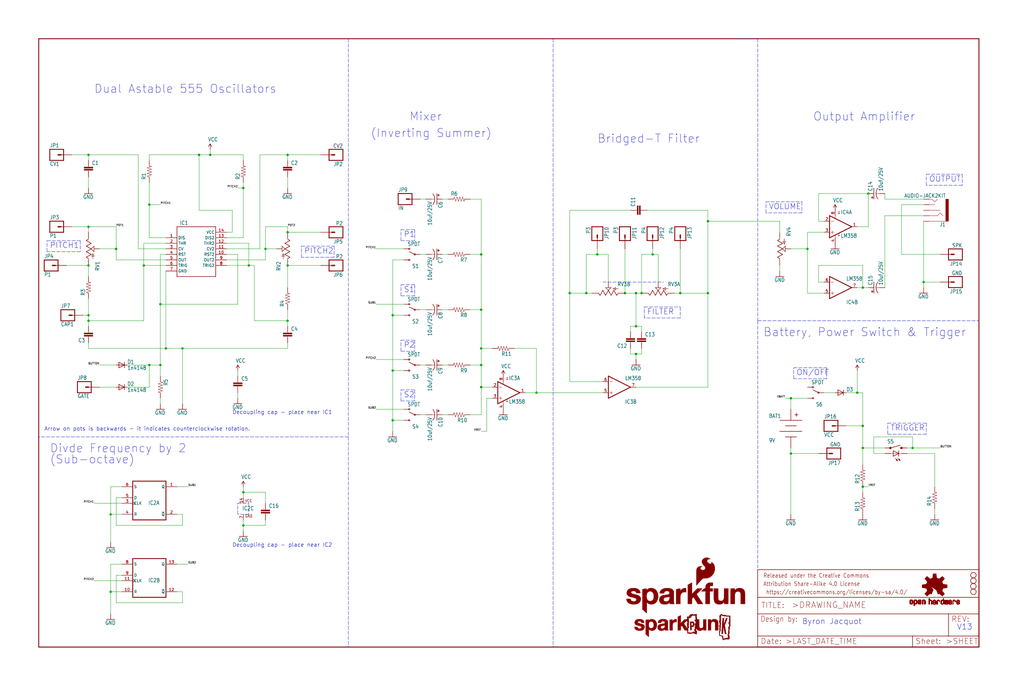
<source format=kicad_sch>
(kicad_sch (version 20211123) (generator eeschema)
  (paper "User" 470.306 317.906)
  (lib_symbols
    (symbol "eagleSchem-eagle-import:10UF-25V-20%(PTH)KIT"
      (property "Reference" "C" (at 1.016 0.635 0))
      (property "Value" "10UF-25V-20%(PTH)KIT" (at 1.016 -4.191 0))
      (symbol "10UF-25V-20%(PTH)KIT_1_0"
        (pin passive line (at 0 2.54 270) (length 2.54) (name "+") (number "1"))
        (pin passive line (at 0 -5.08 90) (length 2.54) (name "-") (number "2"))
      )
    )
    (symbol "eagleSchem-eagle-import:556KIT"
      (property "Reference" "IC" (at -6.35 10.922 0))
      (property "Value" "556KIT" (at -7.112 -15.24 0))
      (symbol "556KIT_1_0"
        (pin bidirectional line (at -12.7 5.08 0) (length 5.08) (name "DIS") (number "1"))
        (pin bidirectional line (at 15.24 -2.54 180) (length 5.08) (name "RST2") (number "10"))
        (pin bidirectional line (at 15.24 0 180) (length 5.08) (name "CV2") (number "11"))
        (pin bidirectional line (at 15.24 2.54 180) (length 5.08) (name "THR2") (number "12"))
        (pin bidirectional line (at 15.24 5.08 180) (length 5.08) (name "DIS2") (number "13"))
        (pin bidirectional line (at 15.24 7.62 180) (length 5.08) (name "VCC") (number "14"))
        (pin bidirectional line (at -12.7 2.54 0) (length 5.08) (name "THR") (number "2"))
        (pin bidirectional line (at -12.7 0 0) (length 5.08) (name "CV") (number "3"))
        (pin bidirectional line (at -12.7 -2.54 0) (length 5.08) (name "RST") (number "4"))
        (pin bidirectional line (at -12.7 -5.08 0) (length 5.08) (name "OUT") (number "5"))
        (pin bidirectional line (at -12.7 -7.62 0) (length 5.08) (name "TRIG") (number "6"))
        (pin bidirectional line (at -12.7 -10.16 0) (length 5.08) (name "GND") (number "7"))
        (pin bidirectional line (at 15.24 -7.62 180) (length 5.08) (name "TRIG2") (number "8"))
        (pin bidirectional line (at 15.24 -5.08 180) (length 5.08) (name "OUT2") (number "9"))
      )
    )
    (symbol "eagleSchem-eagle-import:AUDIO-JACK2KIT"
      (property "Reference" "J" (at -5.08 5.588 0))
      (property "Value" "AUDIO-JACK2KIT" (at -5.08 -7.62 0))
      (symbol "AUDIO-JACK2KIT_1_0"
        (pin bidirectional line (at 5.08 2.54 180) (length 2.54) (name "RING") (number "RING"))
        (pin bidirectional line (at 5.08 0 180) (length 2.54) (name "RSH") (number "RSH"))
        (pin bidirectional line (at 5.08 5.08 180) (length 2.54) (name "SLEEVE") (number "SLEEVE"))
        (pin bidirectional line (at 5.08 -5.08 180) (length 2.54) (name "TIP") (number "TIP"))
        (pin bidirectional line (at 5.08 -2.54 180) (length 2.54) (name "TSH") (number "TSH"))
      )
    )
    (symbol "eagleSchem-eagle-import:BC9VPCKIT_SOLDERMASK"
      (property "Reference" "BAT" (at -10.16 3.556 0))
      (property "Value" "BC9VPCKIT_SOLDERMASK" (at -10.16 -7.62 0))
      (symbol "BC9VPCKIT_SOLDERMASK_1_0"
        (pin bidirectional line (at 0 7.62 270) (length 5.08) (name "V+") (number "V+"))
        (pin bidirectional line (at 0 -10.16 90) (length 5.08) (name "V-") (number "V-"))
      )
    )
    (symbol "eagleSchem-eagle-import:CAPKIT"
      (property "Reference" "C" (at 1.524 2.921 0))
      (property "Value" "CAPKIT" (at 1.524 -2.159 0))
      (symbol "CAPKIT_1_0"
        (pin passive line (at 0 5.08 270) (length 2.54) (name "1") (number "1"))
        (pin passive line (at 0 -2.54 90) (length 2.54) (name "2") (number "2"))
      )
    )
    (symbol "eagleSchem-eagle-import:CD4013"
      (property "Reference" "IC" (at -0.508 -0.762 0))
      (symbol "CD4013_1_0"
        (pin output line (at 12.7 7.62 180) (length 5.08) (name "Q") (number "1"))
        (pin output line (at 12.7 -5.08 180) (length 5.08) (name "~{Q}") (number "2"))
        (pin input clock (at -12.7 0 0) (length 5.08) (name "CLK") (number "3"))
        (pin input line (at -12.7 -5.08 0) (length 5.08) (name "R") (number "4"))
        (pin input line (at -12.7 2.54 0) (length 5.08) (name "D") (number "5"))
        (pin input line (at -12.7 7.62 0) (length 5.08) (name "S") (number "6"))
      )
      (symbol "CD4013_2_0"
        (pin input line (at -12.7 -5.08 0) (length 5.08) (name "R") (number "10"))
        (pin input clock (at -12.7 0 0) (length 5.08) (name "CLK") (number "11"))
        (pin output line (at 12.7 -5.08 180) (length 5.08) (name "~{Q}") (number "12"))
        (pin output line (at 12.7 7.62 180) (length 5.08) (name "Q") (number "13"))
        (pin input line (at -12.7 7.62 0) (length 5.08) (name "S") (number "8"))
        (pin input line (at -12.7 2.54 0) (length 5.08) (name "D") (number "9"))
      )
      (symbol "CD4013_3_0"
        (text "GND" (at 0.762 -4.064 0) (effects (font (size 1.27 1.0795)) (justify left bottom)))
        (text "VCC" (at 0.762 2.921 0) (effects (font (size 1.27 1.0795)) (justify left bottom)))
        (pin power_in line (at 0 5.08 270) (length 2.54) (name "VCC") (number "14"))
        (pin power_in line (at 0 -5.08 90) (length 2.54) (name "GND") (number "7"))
      )
    )
    (symbol "eagleSchem-eagle-import:DIODE"
      (property "Reference" "D" (at 2.54 0.4826 0))
      (property "Value" "DIODE" (at 2.54 -2.3114 0))
      (symbol "DIODE_1_0"
        (pin passive line (at -2.54 0 0) (length 2.54) (name "A") (number "A"))
        (pin passive line (at 2.54 0 180) (length 2.54) (name "C") (number "C"))
      )
    )
    (symbol "eagleSchem-eagle-import:DIODEKIT"
      (property "Reference" "D" (at 2.54 0.4826 0))
      (property "Value" "DIODEKIT" (at 2.54 -2.3114 0))
      (symbol "DIODEKIT_1_0"
        (pin passive line (at -2.54 0 0) (length 2.54) (name "A") (number "A"))
        (pin passive line (at 2.54 0 180) (length 2.54) (name "C") (number "C"))
      )
    )
    (symbol "eagleSchem-eagle-import:FRAME-LEDGER"
      (symbol "FRAME-LEDGER_2_0"
        (text " https://creativecommons.org/licenses/by-sa/4.0/" (at 2.54 24.13 0) (effects (font (size 1.9304 1.6408)) (justify left bottom)))
        (text ">DRAWING_NAME" (at 15.494 17.78 0) (effects (font (size 2.7432 2.7432)) (justify left bottom)))
        (text ">LAST_DATE_TIME" (at 12.7 1.27 0) (effects (font (size 2.54 2.54)) (justify left bottom)))
        (text ">SHEET" (at 86.36 1.27 0) (effects (font (size 2.54 2.54)) (justify left bottom)))
        (text "Attribution Share-Alike 4.0 License" (at 2.54 27.94 0) (effects (font (size 1.9304 1.6408)) (justify left bottom)))
        (text "Date:" (at 1.27 1.27 0) (effects (font (size 2.54 2.54)) (justify left bottom)))
        (text "Design by:" (at 1.27 11.43 0) (effects (font (size 2.54 2.159)) (justify left bottom)))
        (text "Released under the Creative Commons" (at 2.54 31.75 0) (effects (font (size 1.9304 1.6408)) (justify left bottom)))
        (text "REV:" (at 88.9 11.43 0) (effects (font (size 2.54 2.54)) (justify left bottom)))
        (text "Sheet:" (at 72.39 1.27 0) (effects (font (size 2.54 2.54)) (justify left bottom)))
        (text "TITLE:" (at 1.524 17.78 0) (effects (font (size 2.54 2.54)) (justify left bottom)))
      )
    )
    (symbol "eagleSchem-eagle-import:GND" (power)
      (property "Value" "GND" (at -2.54 -2.54 0))
      (symbol "GND_1_0"
        (pin power_in line (at 0 2.54 270) (length 2.54) (name "GND") (number "1"))
      )
    )
    (symbol "eagleSchem-eagle-import:LM358KIT"
      (property "Reference" "IC" (at 2.54 5.715 0))
      (property "Value" "LM358KIT" (at 2.54 -5.08 0))
      (symbol "LM358KIT_1_0"
        (text "V+" (at 1.27 5.715 900) (effects (font (size 0.8128 0.6908)) (justify left top)))
        (text "V-" (at 1.27 -4.445 900) (effects (font (size 0.8128 0.6908)) (justify left top)))
        (pin output line (at 10.16 0 180) (length 2.54) (name "OUT") (number "1"))
        (pin input line (at -5.08 2.54 0) (length 2.54) (name "-IN") (number "2"))
        (pin input line (at -5.08 -2.54 0) (length 2.54) (name "+IN") (number "3"))
        (pin power_in line (at 0 -7.62 90) (length 2.54) (name "V-") (number "4"))
        (pin power_in line (at 0 7.62 270) (length 2.54) (name "V+") (number "8"))
      )
      (symbol "LM358KIT_2_0"
        (pin input line (at -7.62 2.54 0) (length 2.54) (name "+IN") (number "5"))
        (pin input line (at -7.62 -2.54 0) (length 2.54) (name "-IN") (number "6"))
        (pin output line (at 7.62 0 180) (length 2.54) (name "OUT") (number "7"))
      )
    )
    (symbol "eagleSchem-eagle-import:M01SMDNS"
      (property "Reference" "JP" (at -2.54 3.302 0))
      (property "Value" "M01SMDNS" (at -2.54 -5.08 0))
      (symbol "M01SMDNS_1_0"
        (pin passive line (at 7.62 0 180) (length 5.08) (name "1") (number "1"))
      )
    )
    (symbol "eagleSchem-eagle-import:OSHW-LOGOM")
    (symbol "eagleSchem-eagle-import:POTALPS-KIT"
      (property "Reference" "RV" (at 5.08 -10.16 90))
      (property "Value" "POTALPS-KIT" (at -2.54 -10.16 90))
      (symbol "POTALPS-KIT_1_0"
        (pin passive line (at 0 7.62 270) (length 2.54) (name "E") (number "P$1"))
        (pin passive line (at 5.08 0 180) (length 2.54) (name "S") (number "P$2"))
        (pin passive line (at 0 -7.62 90) (length 2.54) (name "A") (number "P$3"))
      )
    )
    (symbol "eagleSchem-eagle-import:POT_DUAL"
      (property "Reference" "RV" (at 5.08 -10.16 90))
      (property "Value" "POT_DUAL" (at -2.54 -10.16 90))
      (symbol "POT_DUAL_1_0"
        (pin passive line (at 0 7.62 270) (length 2.54) (name "E") (number "A1"))
        (pin passive line (at 5.08 0 180) (length 2.54) (name "S") (number "A2"))
        (pin passive line (at 0 -7.62 90) (length 2.54) (name "A") (number "A3"))
      )
      (symbol "POT_DUAL_2_0"
        (pin passive line (at 0 7.62 270) (length 2.54) (name "E") (number "B1"))
        (pin passive line (at 5.08 0 180) (length 2.54) (name "S") (number "B2"))
        (pin passive line (at 0 -7.62 90) (length 2.54) (name "A") (number "B3"))
      )
    )
    (symbol "eagleSchem-eagle-import:RESISTOREZ"
      (property "Reference" "R" (at -3.81 1.4986 0))
      (property "Value" "RESISTOREZ" (at -3.81 -3.302 0))
      (symbol "RESISTOREZ_1_0"
        (pin passive line (at -5.08 0 0) (length 2.54) (name "1") (number "P$1"))
        (pin passive line (at 5.08 0 180) (length 2.54) (name "2") (number "P$2"))
      )
    )
    (symbol "eagleSchem-eagle-import:SFE_LOGO_NAME_FLAME.2_INCH")
    (symbol "eagleSchem-eagle-import:SPARKPUNK_LOGO.1INCH_TALL")
    (symbol "eagleSchem-eagle-import:STAND-OFF")
    (symbol "eagleSchem-eagle-import:SWITCH-MOMENTARY-LEDEZ"
      (property "Reference" "S" (at -4.064 2.032 0))
      (property "Value" "SWITCH-MOMENTARY-LEDEZ" (at -4.572 -8.382 0))
      (symbol "SWITCH-MOMENTARY-LEDEZ_1_0"
        (pin passive line (at 5.08 0 180) (length 2.54) (name "2") (number "2"))
        (pin passive line (at -5.08 0 0) (length 2.54) (name "1") (number "4"))
        (pin passive line (at -5.08 -2.54 0) (length 2.54) (name "A") (number "A"))
        (pin passive line (at 5.08 -2.54 180) (length 2.54) (name "C") (number "C"))
      )
    )
    (symbol "eagleSchem-eagle-import:SWITCH-SPDTKIT"
      (property "Reference" "S" (at -1.905 -6.35 0))
      (property "Value" "SWITCH-SPDTKIT" (at -2.54 3.81 0))
      (symbol "SWITCH-SPDTKIT_1_0"
        (pin passive line (at 5.08 2.54 180) (length 2.54) (name "O") (number "1"))
        (pin passive line (at -2.54 0 0) (length 2.54) (name "P") (number "2"))
        (pin passive line (at 5.08 -2.54 180) (length 2.54) (name "S") (number "3"))
      )
    )
    (symbol "eagleSchem-eagle-import:VCC" (power)
      (property "Value" "VCC" (at -1.016 3.556 0))
      (symbol "VCC_1_0"
        (pin power_in line (at 0 0 90) (length 2.54) (name "VCC") (number "1"))
      )
    )
  )
  (junction (at 363.22 182.88))
  (junction (at 220.98 167.64))
  (junction (at 292.1 134.62))
  (junction (at 66.04 121.92))
  (junction (at 40.64 121.92))
  (junction (at 261.62 134.62))
  (junction (at 53.34 114.3))
  (junction (at 121.92 114.3))
  (junction (at 292.1 149.86))
  (junction (at 73.66 139.7))
  (junction (at 274.32 116.84))
  (junction (at 312.42 134.62))
  (junction (at 419.1 205.74))
  (junction (at 111.76 241.3))
  (junction (at 114.3 121.92))
  (junction (at 220.98 116.84))
  (junction (at 76.2 160.02))
  (junction (at 40.64 147.32))
  (junction (at 91.44 71.12))
  (junction (at 180.34 170.18))
  (junction (at 132.08 71.12))
  (junction (at 269.24 134.62))
  (junction (at 287.02 134.62))
  (junction (at 396.24 223.52))
  (junction (at 73.66 167.64))
  (junction (at 393.7 180.34))
  (junction (at 396.24 205.74))
  (junction (at 180.34 193.04))
  (junction (at 294.64 134.62))
  (junction (at 40.64 144.78))
  (junction (at 68.58 167.64))
  (junction (at 325.12 101.6))
  (junction (at 96.52 71.12))
  (junction (at 396.24 195.58))
  (junction (at 40.64 71.12))
  (junction (at 111.76 226.06))
  (junction (at 398.78 88.9))
  (junction (at 396.24 132.08))
  (junction (at 83.82 160.02))
  (junction (at 50.8 271.78))
  (junction (at 363.22 208.28))
  (junction (at 111.76 86.36))
  (junction (at 68.58 93.98))
  (junction (at 40.64 104.14))
  (junction (at 50.8 236.22))
  (junction (at 132.08 121.92))
  (junction (at 132.08 147.32))
  (junction (at 180.34 144.78))
  (junction (at 132.08 106.68))
  (junction (at 220.98 177.8))
  (junction (at 220.98 142.24))
  (junction (at 325.12 134.62))
  (junction (at 246.38 180.34))
  (junction (at 220.98 160.02))
  (junction (at 424.18 129.54))
  (junction (at 292.1 162.56))
  (junction (at 370.84 114.3))
  (junction (at 299.72 116.84))
  (polyline (pts (xy 312.42 146.05) (xy 295.91 146.05)))
  (wire (pts (xy 325.12 101.6) (xy 325.12 96.52)))
  (wire (pts (xy 180.34 170.18) (xy 180.34 144.78)))
  (wire (pts (xy 220.98 91.44) (xy 215.9 91.44)))
  (wire (pts (xy 406.4 91.44) (xy 406.4 88.9)))
  (wire (pts (xy 358.14 121.92) (xy 358.14 124.46)))
  (wire (pts (xy 289.56 152.4) (xy 289.56 149.86)))
  (wire (pts (xy 276.86 175.26) (xy 261.62 175.26)))
  (wire (pts (xy 370.84 182.88) (xy 363.22 182.88)))
  (wire (pts (xy 180.34 193.04) (xy 180.34 170.18)))
  (wire (pts (xy 220.98 160.02) (xy 220.98 142.24)))
  (wire (pts (xy 375.92 88.9) (xy 375.92 101.6)))
  (wire (pts (xy 325.12 134.62) (xy 325.12 101.6)))
  (wire (pts (xy 50.8 223.52) (xy 50.8 236.22)))
  (wire (pts (xy 378.46 180.34) (xy 383.54 180.34)))
  (wire (pts (xy 106.68 106.68) (xy 106.68 96.52)))
  (wire (pts (xy 121.92 226.06) (xy 111.76 226.06)))
  (polyline (pts (xy 109.22 236.22) (xy 109.22 231.14)))
  (polyline (pts (xy 190.5 184.15) (xy 184.15 184.15)))
  (wire (pts (xy 294.64 116.84) (xy 294.64 134.62)))
  (wire (pts (xy 396.24 223.52) (xy 396.24 226.06)))
  (polyline (pts (xy 425.45 80.01) (xy 441.96 80.01)))
  (wire (pts (xy 396.24 205.74) (xy 396.24 195.58)))
  (wire (pts (xy 66.04 121.92) (xy 66.04 111.76)))
  (wire (pts (xy 58.42 177.8) (xy 68.58 177.8)))
  (wire (pts (xy 50.8 281.94) (xy 50.8 271.78)))
  (wire (pts (xy 53.34 167.64) (xy 45.72 167.64)))
  (wire (pts (xy 269.24 116.84) (xy 274.32 116.84)))
  (wire (pts (xy 68.58 167.64) (xy 73.66 167.64)))
  (wire (pts (xy 294.64 149.86) (xy 294.64 152.4)))
  (wire (pts (xy 53.34 114.3) (xy 53.34 104.14)))
  (wire (pts (xy 68.58 71.12) (xy 91.44 71.12)))
  (polyline (pts (xy 184.15 156.21) (xy 190.5 156.21)))
  (wire (pts (xy 40.64 71.12) (xy 63.5 71.12)))
  (wire (pts (xy 76.2 160.02) (xy 76.2 124.46)))
  (wire (pts (xy 220.98 190.5) (xy 220.98 177.8)))
  (wire (pts (xy 246.38 160.02) (xy 246.38 180.34)))
  (wire (pts (xy 274.32 116.84) (xy 274.32 114.3)))
  (wire (pts (xy 287.02 114.3) (xy 287.02 134.62)))
  (wire (pts (xy 106.68 96.52) (xy 91.44 96.52)))
  (wire (pts (xy 375.92 208.28) (xy 363.22 208.28)))
  (wire (pts (xy 269.24 134.62) (xy 269.24 116.84)))
  (wire (pts (xy 236.22 160.02) (xy 246.38 160.02)))
  (wire (pts (xy 53.34 241.3) (xy 53.34 228.6)))
  (polyline (pts (xy 21.59 110.49) (xy 36.83 110.49)))
  (wire (pts (xy 185.42 170.18) (xy 180.34 170.18)))
  (wire (pts (xy 76.2 121.92) (xy 66.04 121.92)))
  (wire (pts (xy 81.28 223.52) (xy 86.36 223.52)))
  (wire (pts (xy 193.04 142.24) (xy 195.58 142.24)))
  (wire (pts (xy 370.84 114.3) (xy 370.84 134.62)))
  (wire (pts (xy 73.66 167.64) (xy 73.66 139.7)))
  (wire (pts (xy 363.22 187.96) (xy 363.22 182.88)))
  (wire (pts (xy 363.22 236.22) (xy 363.22 208.28)))
  (wire (pts (xy 45.72 114.3) (xy 53.34 114.3)))
  (polyline (pts (xy 190.5 161.29) (xy 184.15 161.29)))
  (wire (pts (xy 121.92 104.14) (xy 121.92 114.3)))
  (wire (pts (xy 215.9 116.84) (xy 220.98 116.84)))
  (polyline (pts (xy 337.82 17.78) (xy 347.98 17.78)))
  (wire (pts (xy 40.64 157.48) (xy 40.64 160.02)))
  (wire (pts (xy 55.88 236.22) (xy 50.8 236.22)))
  (polyline (pts (xy 190.5 130.81) (xy 190.5 135.89)))
  (wire (pts (xy 289.56 160.02) (xy 289.56 162.56)))
  (wire (pts (xy 396.24 195.58) (xy 396.24 180.34)))
  (polyline (pts (xy 368.3 97.79) (xy 351.79 97.79)))
  (wire (pts (xy 292.1 165.1) (xy 292.1 162.56)))
  (polyline (pts (xy 295.91 146.05) (xy 295.91 140.97)))
  (wire (pts (xy 203.2 91.44) (xy 205.74 91.44)))
  (wire (pts (xy 111.76 109.22) (xy 111.76 86.36)))
  (wire (pts (xy 431.8 129.54) (xy 424.18 129.54)))
  (wire (pts (xy 261.62 134.62) (xy 261.62 96.52)))
  (wire (pts (xy 114.3 111.76) (xy 114.3 121.92)))
  (wire (pts (xy 220.98 177.8) (xy 226.06 177.8)))
  (wire (pts (xy 53.34 264.16) (xy 55.88 264.16)))
  (wire (pts (xy 76.2 160.02) (xy 83.82 160.02)))
  (wire (pts (xy 114.3 121.92) (xy 116.84 121.92)))
  (wire (pts (xy 220.98 116.84) (xy 220.98 91.44)))
  (wire (pts (xy 363.22 114.3) (xy 370.84 114.3)))
  (wire (pts (xy 419.1 205.74) (xy 419.1 200.66)))
  (polyline (pts (xy 254 17.78) (xy 254 297.18)))
  (wire (pts (xy 358.14 106.68) (xy 358.14 101.6)))
  (wire (pts (xy 50.8 236.22) (xy 50.8 248.92)))
  (wire (pts (xy 424.18 91.44) (xy 406.4 91.44)))
  (polyline (pts (xy 160.02 200.66) (xy 17.78 200.66)))
  (wire (pts (xy 292.1 149.86) (xy 292.1 134.62)))
  (wire (pts (xy 66.04 111.76) (xy 76.2 111.76)))
  (wire (pts (xy 292.1 149.86) (xy 294.64 149.86)))
  (polyline (pts (xy 364.49 168.91) (xy 379.73 168.91)))
  (polyline (pts (xy 407.67 194.31) (xy 425.45 194.31)))
  (wire (pts (xy 68.58 177.8) (xy 68.58 167.64)))
  (wire (pts (xy 195.58 167.64) (xy 193.04 167.64)))
  (wire (pts (xy 111.76 73.66) (xy 111.76 71.12)))
  (wire (pts (xy 193.04 91.44) (xy 195.58 91.44)))
  (wire (pts (xy 203.2 190.5) (xy 205.74 190.5)))
  (wire (pts (xy 302.26 116.84) (xy 299.72 116.84)))
  (wire (pts (xy 111.76 238.76) (xy 111.76 241.3)))
  (polyline (pts (xy 351.79 92.71) (xy 368.3 92.71)))
  (polyline (pts (xy 312.42 140.97) (xy 312.42 146.05)))
  (polyline (pts (xy 184.15 135.89) (xy 184.15 130.81)))
  (wire (pts (xy 424.18 101.6) (xy 424.18 129.54)))
  (polyline (pts (xy 160.02 17.78) (xy 160.02 200.66)))
  (wire (pts (xy 294.64 162.56) (xy 294.64 160.02)))
  (wire (pts (xy 40.64 160.02) (xy 76.2 160.02)))
  (wire (pts (xy 132.08 73.66) (xy 132.08 71.12)))
  (polyline (pts (xy 138.43 118.11) (xy 138.43 113.03)))
  (wire (pts (xy 53.34 119.38) (xy 76.2 119.38)))
  (wire (pts (xy 121.92 114.3) (xy 121.92 119.38)))
  (wire (pts (xy 111.76 226.06) (xy 111.76 228.6)))
  (wire (pts (xy 76.2 116.84) (xy 73.66 116.84)))
  (polyline (pts (xy 441.96 85.09) (xy 425.45 85.09)))
  (wire (pts (xy 40.64 104.14) (xy 40.64 106.68)))
  (wire (pts (xy 396.24 180.34) (xy 393.7 180.34)))
  (wire (pts (xy 147.32 121.92) (xy 132.08 121.92)))
  (wire (pts (xy 96.52 71.12) (xy 111.76 71.12)))
  (wire (pts (xy 63.5 71.12) (xy 63.5 114.3)))
  (polyline (pts (xy 425.45 199.39) (xy 407.67 199.39)))
  (polyline (pts (xy 109.22 231.14) (xy 114.3 231.14)))
  (wire (pts (xy 66.04 147.32) (xy 66.04 121.92)))
  (wire (pts (xy 40.64 73.66) (xy 40.64 71.12)))
  (wire (pts (xy 388.62 180.34) (xy 393.7 180.34)))
  (wire (pts (xy 119.38 71.12) (xy 132.08 71.12)))
  (wire (pts (xy 83.82 185.42) (xy 83.82 160.02)))
  (wire (pts (xy 111.76 223.52) (xy 111.76 226.06)))
  (wire (pts (xy 419.1 205.74) (xy 431.8 205.74)))
  (polyline (pts (xy 190.5 156.21) (xy 190.5 161.29)))
  (wire (pts (xy 299.72 114.3) (xy 299.72 116.84)))
  (polyline (pts (xy 425.45 194.31) (xy 425.45 199.39)))
  (wire (pts (xy 40.64 147.32) (xy 40.64 149.86)))
  (wire (pts (xy 55.88 231.14) (xy 43.18 231.14)))
  (polyline (pts (xy 184.15 105.41) (xy 190.5 105.41)))
  (wire (pts (xy 40.64 81.28) (xy 40.64 86.36)))
  (wire (pts (xy 220.98 177.8) (xy 220.98 167.64)))
  (polyline (pts (xy 276.86 129.54) (xy 304.8 129.54)))
  (wire (pts (xy 401.32 208.28) (xy 406.4 208.28)))
  (wire (pts (xy 396.24 223.52) (xy 398.78 223.52)))
  (wire (pts (xy 83.82 271.78) (xy 83.82 276.86)))
  (polyline (pts (xy 184.15 110.49) (xy 184.15 105.41)))
  (wire (pts (xy 297.18 96.52) (xy 325.12 96.52)))
  (polyline (pts (xy 407.67 199.39) (xy 407.67 194.31)))
  (polyline (pts (xy 160.02 200.66) (xy 160.02 297.18)))
  (wire (pts (xy 68.58 83.82) (xy 68.58 93.98)))
  (wire (pts (xy 414.02 116.84) (xy 431.8 116.84)))
  (wire (pts (xy 116.84 121.92) (xy 116.84 147.32)))
  (wire (pts (xy 33.02 71.12) (xy 40.64 71.12)))
  (wire (pts (xy 398.78 104.14) (xy 398.78 88.9)))
  (wire (pts (xy 289.56 149.86) (xy 292.1 149.86)))
  (wire (pts (xy 73.66 172.72) (xy 73.66 167.64)))
  (wire (pts (xy 246.38 180.34) (xy 276.86 180.34)))
  (wire (pts (xy 73.66 185.42) (xy 73.66 182.88)))
  (wire (pts (xy 185.42 144.78) (xy 180.34 144.78)))
  (wire (pts (xy 96.52 71.12) (xy 91.44 71.12)))
  (wire (pts (xy 104.14 111.76) (xy 114.3 111.76)))
  (wire (pts (xy 73.66 93.98) (xy 68.58 93.98)))
  (polyline (pts (xy 347.98 17.78) (xy 347.98 147.32)))
  (wire (pts (xy 292.1 162.56) (xy 294.64 162.56)))
  (wire (pts (xy 261.62 175.26) (xy 261.62 134.62)))
  (wire (pts (xy 109.22 86.36) (xy 111.76 86.36)))
  (wire (pts (xy 279.4 116.84) (xy 279.4 129.54)))
  (wire (pts (xy 132.08 160.02) (xy 132.08 157.48)))
  (wire (pts (xy 104.14 109.22) (xy 111.76 109.22)))
  (wire (pts (xy 53.34 104.14) (xy 40.64 104.14)))
  (polyline (pts (xy 441.96 80.01) (xy 441.96 85.09)))
  (wire (pts (xy 172.72 139.7) (xy 185.42 139.7)))
  (wire (pts (xy 226.06 160.02) (xy 220.98 160.02)))
  (wire (pts (xy 363.22 208.28) (xy 363.22 205.74)))
  (wire (pts (xy 33.02 104.14) (xy 40.64 104.14)))
  (polyline (pts (xy 153.416 118.11) (xy 138.43 118.11)))
  (wire (pts (xy 111.76 241.3) (xy 121.92 241.3)))
  (wire (pts (xy 180.34 198.12) (xy 180.34 193.04)))
  (wire (pts (xy 73.66 116.84) (xy 73.66 139.7)))
  (wire (pts (xy 104.14 114.3) (xy 119.38 114.3)))
  (wire (pts (xy 220.98 198.12) (xy 223.52 198.12)))
  (wire (pts (xy 109.22 116.84) (xy 109.22 139.7)))
  (wire (pts (xy 292.1 177.8) (xy 325.12 177.8)))
  (polyline (pts (xy 425.45 85.09) (xy 425.45 80.01)))
  (wire (pts (xy 53.34 276.86) (xy 53.34 264.16)))
  (wire (pts (xy 215.9 142.24) (xy 220.98 142.24)))
  (wire (pts (xy 147.32 106.68) (xy 132.08 106.68)))
  (polyline (pts (xy 347.98 147.32) (xy 347.98 261.62)))
  (wire (pts (xy 205.74 167.64) (xy 203.2 167.64)))
  (wire (pts (xy 363.22 182.88) (xy 360.68 182.88)))
  (wire (pts (xy 121.92 231.14) (xy 121.92 226.06)))
  (wire (pts (xy 111.76 86.36) (xy 111.76 83.82)))
  (wire (pts (xy 325.12 101.6) (xy 358.14 101.6)))
  (wire (pts (xy 193.04 190.5) (xy 195.58 190.5)))
  (wire (pts (xy 416.56 205.74) (xy 419.1 205.74)))
  (wire (pts (xy 68.58 93.98) (xy 68.58 109.22)))
  (wire (pts (xy 63.5 114.3) (xy 76.2 114.3)))
  (wire (pts (xy 132.08 81.28) (xy 132.08 86.36)))
  (wire (pts (xy 309.88 134.62) (xy 312.42 134.62)))
  (wire (pts (xy 406.4 132.08) (xy 406.4 99.06)))
  (wire (pts (xy 424.18 93.98) (xy 414.02 93.98)))
  (wire (pts (xy 132.08 147.32) (xy 132.08 149.86)))
  (wire (pts (xy 81.28 259.08) (xy 86.36 259.08)))
  (wire (pts (xy 220.98 167.64) (xy 220.98 160.02)))
  (polyline (pts (xy 190.5 110.49) (xy 184.15 110.49)))
  (polyline (pts (xy 379.73 173.99) (xy 364.49 173.99)))
  (wire (pts (xy 287.02 134.62) (xy 292.1 134.62)))
  (wire (pts (xy 401.32 200.66) (xy 401.32 208.28)))
  (wire (pts (xy 406.4 205.74) (xy 396.24 205.74)))
  (wire (pts (xy 375.92 121.92) (xy 375.92 129.54)))
  (wire (pts (xy 215.9 190.5) (xy 220.98 190.5)))
  (polyline (pts (xy 295.91 140.97) (xy 312.42 140.97)))
  (wire (pts (xy 398.78 132.08) (xy 396.24 132.08)))
  (wire (pts (xy 223.52 198.12) (xy 223.52 182.88)))
  (wire (pts (xy 30.48 121.92) (xy 40.64 121.92)))
  (wire (pts (xy 393.7 170.18) (xy 393.7 180.34)))
  (polyline (pts (xy 36.83 110.49) (xy 36.83 115.57)))
  (polyline (pts (xy 114.3 236.22) (xy 109.22 236.22)))
  (wire (pts (xy 274.32 116.84) (xy 279.4 116.84)))
  (wire (pts (xy 132.08 71.12) (xy 147.32 71.12)))
  (wire (pts (xy 424.18 129.54) (xy 424.18 132.08)))
  (wire (pts (xy 398.78 104.14) (xy 393.7 104.14)))
  (wire (pts (xy 419.1 200.66) (xy 401.32 200.66)))
  (polyline (pts (xy 351.79 97.79) (xy 351.79 92.71)))
  (wire (pts (xy 91.44 96.52) (xy 91.44 71.12)))
  (wire (pts (xy 299.72 116.84) (xy 294.64 116.84)))
  (wire (pts (xy 193.04 116.84) (xy 195.58 116.84)))
  (wire (pts (xy 81.28 271.78) (xy 83.82 271.78)))
  (wire (pts (xy 172.72 187.96) (xy 185.42 187.96)))
  (wire (pts (xy 203.2 142.24) (xy 205.74 142.24)))
  (polyline (pts (xy 190.5 179.07) (xy 190.5 184.15)))
  (wire (pts (xy 53.34 119.38) (xy 53.34 114.3)))
  (wire (pts (xy 396.24 213.36) (xy 396.24 205.74)))
  (polyline (pts (xy 21.59 115.57) (xy 21.59 110.49)))
  (wire (pts (xy 246.38 180.34) (xy 241.3 180.34)))
  (wire (pts (xy 378.46 106.68) (xy 370.84 106.68)))
  (wire (pts (xy 180.34 119.38) (xy 185.42 119.38)))
  (wire (pts (xy 325.12 177.8) (xy 325.12 134.62)))
  (wire (pts (xy 83.82 276.86) (xy 53.34 276.86)))
  (wire (pts (xy 109.22 139.7) (xy 73.66 139.7)))
  (wire (pts (xy 104.14 116.84) (xy 109.22 116.84)))
  (wire (pts (xy 50.8 271.78) (xy 50.8 259.08)))
  (wire (pts (xy 81.28 236.22) (xy 83.82 236.22)))
  (wire (pts (xy 132.08 142.24) (xy 132.08 147.32)))
  (wire (pts (xy 215.9 167.64) (xy 220.98 167.64)))
  (polyline (pts (xy 190.5 105.41) (xy 190.5 110.49)))
  (wire (pts (xy 406.4 99.06) (xy 424.18 99.06)))
  (wire (pts (xy 40.64 121.92) (xy 40.64 127)))
  (wire (pts (xy 269.24 134.62) (xy 271.78 134.62)))
  (wire (pts (xy 55.88 271.78) (xy 50.8 271.78)))
  (wire (pts (xy 111.76 241.3) (xy 111.76 243.84)))
  (wire (pts (xy 68.58 109.22) (xy 76.2 109.22)))
  (polyline (pts (xy 184.15 179.07) (xy 190.5 179.07)))
  (polyline (pts (xy 36.83 115.57) (xy 21.59 115.57)))
  (wire (pts (xy 45.72 177.8) (xy 53.34 177.8)))
  (wire (pts (xy 55.88 266.7) (xy 43.18 266.7)))
  (polyline (pts (xy 153.416 113.03) (xy 153.416 118.11)))
  (wire (pts (xy 396.24 121.92) (xy 396.24 132.08)))
  (wire (pts (xy 414.02 93.98) (xy 414.02 116.84)))
  (polyline (pts (xy 364.49 173.99) (xy 364.49 168.91)))
  (wire (pts (xy 172.72 165.1) (xy 185.42 165.1)))
  (wire (pts (xy 132.08 106.68) (xy 132.08 104.14)))
  (wire (pts (xy 104.14 121.92) (xy 114.3 121.92)))
  (polyline (pts (xy 114.3 231.14) (xy 114.3 236.22)))
  (polyline (pts (xy 184.15 184.15) (xy 184.15 179.07)))
  (wire (pts (xy 220.98 142.24) (xy 220.98 116.84)))
  (wire (pts (xy 104.14 119.38) (xy 121.92 119.38)))
  (wire (pts (xy 40.64 144.78) (xy 40.64 147.32)))
  (wire (pts (xy 83.82 160.02) (xy 132.08 160.02)))
  (wire (pts (xy 38.1 144.78) (xy 40.64 144.78)))
  (wire (pts (xy 416.56 208.28) (xy 429.26 208.28)))
  (wire (pts (xy 312.42 114.3) (xy 312.42 134.62)))
  (wire (pts (xy 375.92 101.6) (xy 378.46 101.6)))
  (wire (pts (xy 127 114.3) (xy 121.92 114.3)))
  (wire (pts (xy 388.62 195.58) (xy 396.24 195.58)))
  (wire (pts (xy 172.72 114.3) (xy 185.42 114.3)))
  (wire (pts (xy 68.58 73.66) (xy 68.58 71.12)))
  (wire (pts (xy 96.52 68.58) (xy 96.52 71.12)))
  (wire (pts (xy 104.14 106.68) (xy 106.68 106.68)))
  (wire (pts (xy 40.64 147.32) (xy 66.04 147.32)))
  (wire (pts (xy 83.82 241.3) (xy 53.34 241.3)))
  (polyline (pts (xy 138.43 113.03) (xy 153.416 113.03)))
  (wire (pts (xy 223.52 182.88) (xy 226.06 182.88)))
  (wire (pts (xy 109.22 172.72) (xy 109.22 170.18)))
  (wire (pts (xy 261.62 134.62) (xy 269.24 134.62)))
  (polyline (pts (xy 347.98 147.32) (xy 449.58 147.32)))
  (wire (pts (xy 68.58 167.64) (xy 58.42 167.64)))
  (wire (pts (xy 185.42 193.04) (xy 180.34 193.04)))
  (polyline (pts (xy 184.15 130.81) (xy 190.5 130.81)))
  (wire (pts (xy 55.88 223.52) (xy 50.8 223.52)))
  (wire (pts (xy 109.22 180.34) (xy 109.22 182.88)))
  (wire (pts (xy 429.26 208.28) (xy 429.26 223.52)))
  (wire (pts (xy 132.08 104.14) (xy 121.92 104.14)))
  (polyline (pts (xy 184.15 161.29) (xy 184.15 156.21)))
  (wire (pts (xy 393.7 132.08) (xy 396.24 132.08)))
  (wire (pts (xy 132.08 121.92) (xy 132.08 132.08)))
  (wire (pts (xy 40.64 137.16) (xy 40.64 144.78)))
  (wire (pts (xy 375.92 129.54) (xy 378.46 129.54)))
  (wire (pts (xy 50.8 259.08) (xy 55.88 259.08)))
  (polyline (pts (xy 379.73 168.91) (xy 379.73 173.99)))
  (wire (pts (xy 116.84 147.32) (xy 132.08 147.32)))
  (polyline (pts (xy 368.3 92.71) (xy 368.3 97.79)))
  (wire (pts (xy 312.42 134.62) (xy 325.12 134.62)))
  (wire (pts (xy 398.78 88.9) (xy 375.92 88.9)))
  (wire (pts (xy 378.46 134.62) (xy 370.84 134.62)))
  (wire (pts (xy 429.26 236.22) (xy 429.26 233.68)))
  (wire (pts (xy 121.92 241.3) (xy 121.92 238.76)))
  (wire (pts (xy 261.62 96.52) (xy 289.56 96.52)))
  (wire (pts (xy 180.34 144.78) (xy 180.34 119.38)))
  (wire (pts (xy 83.82 236.22) (xy 83.82 241.3)))
  (wire (pts (xy 302.26 129.54) (xy 302.26 116.84)))
  (wire (pts (xy 289.56 162.56) (xy 292.1 162.56)))
  (wire (pts (xy 370.84 106.68) (xy 370.84 114.3)))
  (wire (pts (xy 53.34 228.6) (xy 55.88 228.6)))
  (polyline (pts (xy 190.5 135.89) (xy 184.15 135.89)))
  (wire (pts (xy 375.92 121.92) (xy 396.24 121.92)))
  (wire (pts (xy 119.38 114.3) (xy 119.38 71.12)))
  (wire (pts (xy 292.1 134.62) (xy 294.64 134.62)))
  (wire (pts (xy 205.74 116.84) (xy 203.2 116.84)))
  (text "Decoupling cap - place near IC1" (at 106.68 190.5 180) (effects (font (size 1.778 1.778)) (justify left bottom)))
  (text "Divde Frequency by 2" (at 22.86 208.28 180) (effects (font (size 3.81 3.81)) (justify left bottom)))
  (text "(Sub-octave)" (at 22.86 213.36 180) (effects (font (size 3.81 3.81)) (justify left bottom)))
  (text "Arrow on pots is backwards - it indicates counterclockwise rotation." (at 20.32 198.12 0) (effects (font (size 1.778 1.778)) (justify left bottom)))
  (text "P1" (at 185.42 109.22 180) (effects (font (size 2.54 2.54)) (justify left bottom)))
  (text "ON/OFF" (at 365.76 172.72 180) (effects (font (size 2.54 2.54)) (justify left bottom)))
  (text "Mixer" (at 187.96 55.88 180) (effects (font (size 3.81 3.81)) (justify left bottom)))
  (text "TRIGGER" (at 408.94 198.12 180) (effects (font (size 2.54 2.54)) (justify left bottom)))
  (text "Battery, Power Switch & Trigger" (at 350.52 154.94 180) (effects (font (size 3.81 3.81)) (justify left bottom)))
  (text "S1" (at 185.42 134.62 180) (effects (font (size 2.54 2.54)) (justify left bottom)))
  (text "OUTPUT" (at 426.72 83.82 180) (effects (font (size 2.54 2.54)) (justify left bottom)))
  (text "PITCH1" (at 22.86 114.3 180) (effects (font (size 2.54 2.54)) (justify left bottom)))
  (text "Bridged-T Filter" (at 274.32 66.04 180) (effects (font (size 3.81 3.81)) (justify left bottom)))
  (text "P2" (at 185.42 160.02 180) (effects (font (size 2.54 2.54)) (justify left bottom)))
  (text "FILTER" (at 297.18 144.78 180) (effects (font (size 2.54 2.54)) (justify left bottom)))
  (text "Dual Astable 555 Oscillators" (at 43.18 43.18 180) (effects (font (size 3.81 3.81)) (justify left bottom)))
  (text "Output Amplifier" (at 373.38 55.88 180) (effects (font (size 3.81 3.81)) (justify left bottom)))
  (text "(Inverting Summer)" (at 170.18 63.5 180) (effects (font (size 3.81 3.81)) (justify left bottom)))
  (text "V13" (at 439.42 289.56 180) (effects (font (size 2.54 2.54)) (justify left bottom)))
  (text "Decoupling cap - place near IC2" (at 106.68 251.46 180) (effects (font (size 1.778 1.778)) (justify left bottom)))
  (text "PITCH2" (at 139.7 116.84 180) (effects (font (size 2.54 2.54)) (justify left bottom)))
  (text "S2" (at 185.42 182.88 180) (effects (font (size 2.54 2.54)) (justify left bottom)))
  (text "VOLUME" (at 353.06 96.52 180) (effects (font (size 2.54 2.54)) (justify left bottom)))
  (text "Byron Jacquot" (at 368.3 287.02 180) (effects (font (size 2.54 2.54)) (justify left bottom)))
  (label "POT2" (at 132.08 104.14 0) (effects (font (size 0.889 0.889))))
  (label "PITCH2" (at 43.18 266.7 180) (effects (font (size 0.889 0.889))))
  (label "SUB2" (at 86.36 259.08 0) (effects (font (size 0.889 0.889))))
  (label "PITCH1" (at 73.66 93.98 0) (effects (font (size 0.889 0.889))))
  (label "PITCH1" (at 43.18 231.14 180) (effects (font (size 0.889 0.889))))
  (label "BUTTON" (at 431.8 205.74 0) (effects (font (size 0.889 0.889))))
  (label "SUB1" (at 86.36 223.52 0) (effects (font (size 0.889 0.889))))
  (label "SUB1" (at 172.72 139.7 180) (effects (font (size 0.889 0.889))))
  (label "PITCH1" (at 172.72 114.3 180) (effects (font (size 0.889 0.889))))
  (label "SUB2" (at 172.72 187.96 180) (effects (font (size 0.889 0.889))))
  (label "VREF" (at 398.78 223.52 0) (effects (font (size 0.889 0.889))))
  (label "BUTTON" (at 45.72 167.64 180) (effects (font (size 0.889 0.889))))
  (label "PITCH2" (at 109.22 86.36 180) (effects (font (size 0.889 0.889))))
  (label "PITCH2" (at 172.72 165.1 180) (effects (font (size 0.889 0.889))))
  (label "POT1" (at 53.34 104.14 0) (effects (font (size 0.889 0.889))))
  (label "VBATT" (at 360.68 182.88 180) (effects (font (size 0.889 0.889))))
  (label "VREF" (at 220.98 198.12 180) (effects (font (size 0.889 0.889))))
  (symbol (lib_id "eagleSchem-eagle-import:CD4013") (at 111.76 233.68 0) (unit 3)
    (property "Reference" "IC2" (at 111.252 234.442 0) (effects (font (size 1.778 1.5113)) (justify left bottom)))
    (property "Value" "CD4013B" (effects hide))
    (property "Footprint" "eagleSchem:DIL14-KIT" (effects hide))
  )
  (symbol (lib_id "eagleSchem-eagle-import:GND") (at 180.34 200.66 0) (unit 1)
    (property "Reference" "#GND12" (effects hide))
    (property "Value" "GND" (at 177.8 203.2 0) (effects (font (size 1.778 1.5113)) (justify left bottom)))
    (property "Footprint" "eagleSchem:" (effects hide))
  )
  (symbol (lib_id "eagleSchem-eagle-import:CAPKIT") (at 40.64 78.74 0) (unit 1)
    (property "Reference" "C1" (at 42.164 75.819 0) (effects (font (size 1.778 1.5113)) (justify left bottom)))
    (property "Value" ".1uf" (at 42.164 80.899 0) (effects (font (size 1.778 1.5113)) (justify left bottom)))
    (property "Footprint" "eagleSchem:CAP-PTH-SMALL-KIT" (effects hide))
    (property "Value" ".1uf" (effects hide))
  )
  (symbol (lib_id "eagleSchem-eagle-import:SWITCH-SPDTKIT") (at 375.92 180.34 0) (mirror y) (unit 1)
    (property "Reference" "S6" (at 377.825 186.69 0) (effects (font (size 1.778 1.5113)) (justify left bottom)))
    (property "Value" "SPDT" (at 378.46 176.53 0) (effects (font (size 1.778 1.5113)) (justify left bottom)))
    (property "Footprint" "eagleSchem:SWITCH-SPDT_KIT" (effects hide))
  )
  (symbol (lib_id "eagleSchem-eagle-import:GND") (at 50.8 284.48 0) (unit 1)
    (property "Reference" "#GND11" (effects hide))
    (property "Value" "GND" (at 48.26 287.02 0) (effects (font (size 1.778 1.5113)) (justify left bottom)))
    (property "Footprint" "eagleSchem:" (effects hide))
  )
  (symbol (lib_id "eagleSchem-eagle-import:CAPKIT") (at 289.56 154.94 180) (unit 1)
    (property "Reference" "C12" (at 288.036 157.861 0) (effects (font (size 1.778 1.5113)) (justify left bottom)))
    (property "Value" "1uf" (at 288.036 152.781 0) (effects (font (size 1.778 1.5113)) (justify left bottom)))
    (property "Footprint" "eagleSchem:CAP-PTH-SMALL-KIT" (effects hide))
    (property "Value" "1uf" (effects hide))
  )
  (symbol (lib_id "eagleSchem-eagle-import:GND") (at 383.54 114.3 0) (unit 1)
    (property "Reference" "#GND7" (effects hide))
    (property "Value" "GND" (at 381 116.84 0) (effects (font (size 1.778 1.5113)) (justify left bottom)))
    (property "Footprint" "eagleSchem:" (effects hide))
  )
  (symbol (lib_id "eagleSchem-eagle-import:SWITCH-SPDTKIT") (at 190.5 167.64 0) (mirror y) (unit 1)
    (property "Reference" "S3" (at 192.405 173.99 0) (effects (font (size 1.778 1.5113)) (justify left bottom)))
    (property "Value" "SPDT" (at 193.04 163.83 0) (effects (font (size 1.778 1.5113)) (justify left bottom)))
    (property "Footprint" "eagleSchem:SWITCH-SPDT_KIT" (effects hide))
  )
  (symbol (lib_id "eagleSchem-eagle-import:RESISTOREZ") (at 210.82 190.5 180) (unit 1)
    (property "Reference" "R10" (at 214.63 191.9986 0) (effects (font (size 1.778 1.5113)) (justify left bottom)))
    (property "Value" "100k" (at 214.63 187.198 0) (effects (font (size 1.778 1.5113)) (justify left bottom)))
    (property "Footprint" "eagleSchem:AXIAL-0.3EZ" (effects hide))
    (property "Value" "100k" (effects hide))
  )
  (symbol (lib_id "eagleSchem-eagle-import:GND") (at 73.66 187.96 0) (unit 1)
    (property "Reference" "#GND17" (effects hide))
    (property "Value" "GND" (at 71.12 190.5 0) (effects (font (size 1.778 1.5113)) (justify left bottom)))
    (property "Footprint" "eagleSchem:" (effects hide))
  )
  (symbol (lib_id "eagleSchem-eagle-import:M01SMDNS") (at 30.48 144.78 0) (unit 1)
    (property "Reference" "JP7" (at 27.94 141.478 0) (effects (font (size 1.778 1.5113)) (justify left bottom)))
    (property "Value" "CAP1" (at 27.94 149.86 0) (effects (font (size 1.778 1.5113)) (justify left bottom)))
    (property "Footprint" "eagleSchem:1X01NS" (effects hide))
  )
  (symbol (lib_id "eagleSchem-eagle-import:RESISTOREZ") (at 429.26 228.6 90) (unit 1)
    (property "Reference" "R14" (at 427.7614 232.41 0) (effects (font (size 1.778 1.5113)) (justify left bottom)))
    (property "Value" "1k" (at 432.562 232.41 0) (effects (font (size 1.778 1.5113)) (justify left bottom)))
    (property "Footprint" "eagleSchem:AXIAL-0.3EZ" (effects hide))
    (property "Value" "1k" (effects hide))
  )
  (symbol (lib_id "eagleSchem-eagle-import:GND") (at 83.82 187.96 0) (unit 1)
    (property "Reference" "#GND3" (effects hide))
    (property "Value" "GND" (at 81.28 190.5 0) (effects (font (size 1.778 1.5113)) (justify left bottom)))
    (property "Footprint" "eagleSchem:" (effects hide))
  )
  (symbol (lib_id "eagleSchem-eagle-import:RESISTOREZ") (at 210.82 167.64 180) (unit 1)
    (property "Reference" "R9" (at 214.63 169.1386 0) (effects (font (size 1.778 1.5113)) (justify left bottom)))
    (property "Value" "100k" (at 214.63 164.338 0) (effects (font (size 1.778 1.5113)) (justify left bottom)))
    (property "Footprint" "eagleSchem:AXIAL-0.3EZ" (effects hide))
    (property "Value" "100k" (effects hide))
  )
  (symbol (lib_id "eagleSchem-eagle-import:STAND-OFF") (at 447.04 266.7 0) (unit 1)
    (property "Reference" "STANDOFF2" (effects hide))
    (property "Value" "STAND-OFF" (effects hide))
    (property "Footprint" "eagleSchem:STAND-OFF" (effects hide))
  )
  (symbol (lib_id "eagleSchem-eagle-import:SWITCH-SPDTKIT") (at 190.5 116.84 0) (mirror y) (unit 1)
    (property "Reference" "S1" (at 192.405 123.19 0) (effects (font (size 1.778 1.5113)) (justify left bottom)))
    (property "Value" "SPDT" (at 193.04 113.03 0) (effects (font (size 1.778 1.5113)) (justify left bottom)))
    (property "Footprint" "eagleSchem:SWITCH-SPDT_KIT" (effects hide))
  )
  (symbol (lib_id "eagleSchem-eagle-import:POTALPS-KIT") (at 358.14 114.3 0) (mirror x) (unit 1)
    (property "Reference" "RV4" (at 363.22 104.14 90) (effects (font (size 1.778 1.5113)) (justify left bottom)))
    (property "Value" "10k" (at 355.6 104.14 90) (effects (font (size 1.778 1.5113)) (justify left bottom)))
    (property "Footprint" "eagleSchem:ALPS_POT_KIT" (effects hide))
    (property "Value" "10k" (effects hide))
  )
  (symbol (lib_id "eagleSchem-eagle-import:CAPKIT") (at 40.64 152.4 180) (unit 1)
    (property "Reference" "C3" (at 39.116 155.321 0) (effects (font (size 1.778 1.5113)) (justify left bottom)))
    (property "Value" "1uf" (at 39.116 150.241 0) (effects (font (size 1.778 1.5113)) (justify left bottom)))
    (property "Footprint" "eagleSchem:CAP-PTH-SMALL-KIT" (effects hide))
    (property "Value" "1uf" (effects hide))
  )
  (symbol (lib_id "eagleSchem-eagle-import:RESISTOREZ") (at 210.82 116.84 180) (unit 1)
    (property "Reference" "R7" (at 214.63 118.3386 0) (effects (font (size 1.778 1.5113)) (justify left bottom)))
    (property "Value" "100k" (at 214.63 113.538 0) (effects (font (size 1.778 1.5113)) (justify left bottom)))
    (property "Footprint" "eagleSchem:AXIAL-0.3EZ" (effects hide))
    (property "Value" "100k" (effects hide))
  )
  (symbol (lib_id "eagleSchem-eagle-import:GND") (at 231.14 190.5 0) (unit 1)
    (property "Reference" "#GND6" (effects hide))
    (property "Value" "GND" (at 228.6 193.04 0) (effects (font (size 1.778 1.5113)) (justify left bottom)))
    (property "Footprint" "eagleSchem:" (effects hide))
  )
  (symbol (lib_id "eagleSchem-eagle-import:RESISTOREZ") (at 210.82 91.44 0) (unit 1)
    (property "Reference" "R6" (at 207.01 89.9414 0) (effects (font (size 1.778 1.5113)) (justify left bottom)))
    (property "Value" "100k" (at 207.01 94.742 0) (effects (font (size 1.778 1.5113)) (justify left bottom)))
    (property "Footprint" "eagleSchem:AXIAL-0.3EZ" (effects hide))
    (property "Value" "100k" (effects hide))
  )
  (symbol (lib_id "eagleSchem-eagle-import:STAND-OFF") (at 447.04 271.78 0) (unit 1)
    (property "Reference" "STANDOFF4" (effects hide))
    (property "Value" "STAND-OFF" (effects hide))
    (property "Footprint" "eagleSchem:STAND-OFF" (effects hide))
  )
  (symbol (lib_id "eagleSchem-eagle-import:GND") (at 358.14 127 0) (unit 1)
    (property "Reference" "#GND2" (effects hide))
    (property "Value" "GND" (at 355.6 129.54 0) (effects (font (size 1.778 1.5113)) (justify left bottom)))
    (property "Footprint" "eagleSchem:" (effects hide))
  )
  (symbol (lib_id "eagleSchem-eagle-import:GND") (at 363.22 238.76 0) (unit 1)
    (property "Reference" "#GND1" (effects hide))
    (property "Value" "GND" (at 360.68 241.3 0) (effects (font (size 1.778 1.5113)) (justify left bottom)))
    (property "Footprint" "eagleSchem:" (effects hide))
  )
  (symbol (lib_id "eagleSchem-eagle-import:FRAME-LEDGER") (at 17.78 297.18 0) (unit 1)
    (property "Reference" "FRAME1" (effects hide))
    (property "Value" "FRAME-LEDGER" (effects hide))
    (property "Footprint" "eagleSchem:CREATIVE_COMMONS" (effects hide))
  )
  (symbol (lib_id "eagleSchem-eagle-import:DIODEKIT") (at 55.88 177.8 0) (unit 1)
    (property "Reference" "D2" (at 58.42 177.3174 0) (effects (font (size 1.778 1.5113)) (justify left bottom)))
    (property "Value" "1n4148" (at 58.42 180.1114 0) (effects (font (size 1.778 1.5113)) (justify left bottom)))
    (property "Footprint" "eagleSchem:DIODE-1N4148-KIT" (effects hide))
  )
  (symbol (lib_id "eagleSchem-eagle-import:CD4013") (at 68.58 266.7 0) (unit 2)
    (property "Reference" "IC2" (at 68.072 267.462 0) (effects (font (size 1.778 1.5113)) (justify left bottom)))
    (property "Value" "CD4013B" (effects hide))
    (property "Footprint" "eagleSchem:DIL14-KIT" (effects hide))
  )
  (symbol (lib_id "eagleSchem-eagle-import:10UF-25V-20%(PTH)KIT") (at 200.66 91.44 270) (unit 1)
    (property "Reference" "C6" (at 201.295 92.456 0) (effects (font (size 1.778 1.5113)) (justify left bottom)))
    (property "Value" "10uf/25V" (at 196.469 92.456 0) (effects (font (size 1.778 1.5113)) (justify left bottom)))
    (property "Footprint" "eagleSchem:CPOL-RADIAL-10UF-25V-KIT" (effects hide))
  )
  (symbol (lib_id "eagleSchem-eagle-import:SWITCH-SPDTKIT") (at 190.5 190.5 0) (mirror y) (unit 1)
    (property "Reference" "S4" (at 192.405 196.85 0) (effects (font (size 1.778 1.5113)) (justify left bottom)))
    (property "Value" "SPDT" (at 193.04 186.69 0) (effects (font (size 1.778 1.5113)) (justify left bottom)))
    (property "Footprint" "eagleSchem:SWITCH-SPDT_KIT" (effects hide))
  )
  (symbol (lib_id "eagleSchem-eagle-import:SWITCH-SPDTKIT") (at 190.5 142.24 0) (mirror y) (unit 1)
    (property "Reference" "S2" (at 192.405 148.59 0) (effects (font (size 1.778 1.5113)) (justify left bottom)))
    (property "Value" "SPDT" (at 193.04 138.43 0) (effects (font (size 1.778 1.5113)) (justify left bottom)))
    (property "Footprint" "eagleSchem:SWITCH-SPDT_KIT" (effects hide))
  )
  (symbol (lib_id "eagleSchem-eagle-import:M01SMDNS") (at 154.94 121.92 180) (unit 1)
    (property "Reference" "JP6" (at 157.48 125.222 0) (effects (font (size 1.778 1.5113)) (justify left bottom)))
    (property "Value" "P2" (at 157.48 116.84 0) (effects (font (size 1.778 1.5113)) (justify left bottom)))
    (property "Footprint" "eagleSchem:1X01NS" (effects hide))
  )
  (symbol (lib_id "eagleSchem-eagle-import:M01SMDNS") (at 383.54 208.28 180) (unit 1)
    (property "Reference" "JP17" (at 386.08 211.582 0) (effects (font (size 1.778 1.5113)) (justify left bottom)))
    (property "Value" "GND" (at 386.08 203.2 0) (effects (font (size 1.778 1.5113)) (justify left bottom)))
    (property "Footprint" "eagleSchem:1X01NS" (effects hide))
  )
  (symbol (lib_id "eagleSchem-eagle-import:POT_DUAL") (at 279.4 134.62 90) (unit 2)
    (property "Reference" "RV3" (at 289.56 129.54 90) (effects (font (size 1.778 1.5113)) (justify left bottom)))
    (property "Value" "10k" (at 289.56 137.16 90) (effects (font (size 1.778 1.5113)) (justify left bottom)))
    (property "Footprint" "eagleSchem:POT_PANASONIC_DUAL_VERT_KIT" (effects hide))
    (property "Value" "10k" (effects hide))
    (property "Value" "10k" (effects hide))
  )
  (symbol (lib_id "eagleSchem-eagle-import:M01SMDNS") (at 154.94 106.68 180) (unit 1)
    (property "Reference" "JP5" (at 157.48 109.982 0) (effects (font (size 1.778 1.5113)) (justify left bottom)))
    (property "Value" "P2" (at 157.48 101.6 0) (effects (font (size 1.778 1.5113)) (justify left bottom)))
    (property "Footprint" "eagleSchem:1X01NS" (effects hide))
  )
  (symbol (lib_id "eagleSchem-eagle-import:GND") (at 109.22 185.42 0) (unit 1)
    (property "Reference" "#GND14" (effects hide))
    (property "Value" "GND" (at 106.68 187.96 0) (effects (font (size 1.778 1.5113)) (justify left bottom)))
    (property "Footprint" "eagleSchem:" (effects hide))
  )
  (symbol (lib_id "eagleSchem-eagle-import:BC9VPCKIT_SOLDERMASK") (at 363.22 195.58 0) (unit 1)
    (property "Reference" "BAT1" (at 353.06 192.024 0) (effects (font (size 1.778 1.5113)) (justify left bottom)))
    (property "Value" "9V" (at 353.06 203.2 0) (effects (font (size 1.778 1.5113)) (justify left bottom)))
    (property "Footprint" "eagleSchem:BC9VPC_KIT" (effects hide))
  )
  (symbol (lib_id "eagleSchem-eagle-import:M01SMDNS") (at 287.02 106.68 270) (unit 1)
    (property "Reference" "JP11" (at 290.322 104.14 0) (effects (font (size 1.778 1.5113)) (justify left bottom)))
    (property "Value" "P3" (at 281.94 104.14 0) (effects (font (size 1.778 1.5113)) (justify left bottom)))
    (property "Footprint" "eagleSchem:1X01NS" (effects hide))
  )
  (symbol (lib_id "eagleSchem-eagle-import:10UF-25V-20%(PTH)KIT") (at 401.32 88.9 90) (unit 1)
    (property "Reference" "C14" (at 400.685 87.884 0) (effects (font (size 1.778 1.5113)) (justify left bottom)))
    (property "Value" "10uf/25V" (at 405.511 87.884 0) (effects (font (size 1.778 1.5113)) (justify left bottom)))
    (property "Footprint" "eagleSchem:CPOL-RADIAL-10UF-25V-KIT" (effects hide))
  )
  (symbol (lib_id "eagleSchem-eagle-import:M01SMDNS") (at 312.42 106.68 270) (unit 1)
    (property "Reference" "JP13" (at 315.722 104.14 0) (effects (font (size 1.778 1.5113)) (justify left bottom)))
    (property "Value" "P4" (at 307.34 104.14 0) (effects (font (size 1.778 1.5113)) (justify left bottom)))
    (property "Footprint" "eagleSchem:1X01NS" (effects hide))
  )
  (symbol (lib_id "eagleSchem-eagle-import:GND") (at 111.76 246.38 0) (unit 1)
    (property "Reference" "#GND4" (effects hide))
    (property "Value" "GND" (at 109.22 248.92 0) (effects (font (size 1.778 1.5113)) (justify left bottom)))
    (property "Footprint" "eagleSchem:" (effects hide))
  )
  (symbol (lib_id "eagleSchem-eagle-import:VCC") (at 383.54 96.52 0) (unit 1)
    (property "Reference" "#SUPPLY5" (effects hide))
    (property "Value" "VCC" (at 382.524 92.964 0) (effects (font (size 1.778 1.5113)) (justify left bottom)))
    (property "Footprint" "eagleSchem:" (effects hide))
  )
  (symbol (lib_id "eagleSchem-eagle-import:RESISTOREZ") (at 40.64 132.08 90) (unit 1)
    (property "Reference" "R3" (at 39.1414 135.89 0) (effects (font (size 1.778 1.5113)) (justify left bottom)))
    (property "Value" "470" (at 43.942 135.89 0) (effects (font (size 1.778 1.5113)) (justify left bottom)))
    (property "Footprint" "eagleSchem:AXIAL-0.3EZ" (effects hide))
    (property "Value" "470" (effects hide))
  )
  (symbol (lib_id "eagleSchem-eagle-import:VCC") (at 231.14 172.72 0) (unit 1)
    (property "Reference" "#SUPPLY4" (effects hide))
    (property "Value" "VCC" (at 230.124 169.164 0) (effects (font (size 1.778 1.5113)) (justify left bottom)))
    (property "Footprint" "eagleSchem:" (effects hide))
  )
  (symbol (lib_id "eagleSchem-eagle-import:CD4013") (at 68.58 231.14 0) (unit 1)
    (property "Reference" "IC2" (at 68.072 231.902 0) (effects (font (size 1.778 1.5113)) (justify left bottom)))
    (property "Value" "CD4013B" (effects hide))
    (property "Footprint" "eagleSchem:DIL14-KIT" (effects hide))
  )
  (symbol (lib_id "eagleSchem-eagle-import:DIODEKIT") (at 55.88 167.64 0) (unit 1)
    (property "Reference" "D1" (at 58.42 167.1574 0) (effects (font (size 1.778 1.5113)) (justify left bottom)))
    (property "Value" "1n4148" (at 58.42 169.9514 0) (effects (font (size 1.778 1.5113)) (justify left bottom)))
    (property "Footprint" "eagleSchem:DIODE-1N4148-KIT" (effects hide))
  )
  (symbol (lib_id "eagleSchem-eagle-import:SFE_LOGO_NAME_FLAME.2_INCH") (at 287.02 281.94 0) (unit 1)
    (property "Reference" "LOGO1" (effects hide))
    (property "Value" "SFE_LOGO_NAME_FLAME.2_INCH" (effects hide))
    (property "Footprint" "eagleSchem:SFE_LOGO_NAME_FLAME_.2" (effects hide))
  )
  (symbol (lib_id "eagleSchem-eagle-import:M01SMDNS") (at 25.4 104.14 0) (unit 1)
    (property "Reference" "JP3" (at 22.86 100.838 0) (effects (font (size 1.778 1.5113)) (justify left bottom)))
    (property "Value" "P1" (at 22.86 109.22 0) (effects (font (size 1.778 1.5113)) (justify left bottom)))
    (property "Footprint" "eagleSchem:1X01NS" (effects hide))
  )
  (symbol (lib_id "eagleSchem-eagle-import:STAND-OFF") (at 447.04 269.24 0) (unit 1)
    (property "Reference" "STANDOFF3" (effects hide))
    (property "Value" "STAND-OFF" (effects hide))
    (property "Footprint" "eagleSchem:STAND-OFF" (effects hide))
  )
  (symbol (lib_id "eagleSchem-eagle-import:VCC") (at 96.52 68.58 0) (unit 1)
    (property "Reference" "#SUPPLY2" (effects hide))
    (property "Value" "VCC" (at 95.504 65.024 0) (effects (font (size 1.778 1.5113)) (justify left bottom)))
    (property "Footprint" "eagleSchem:" (effects hide))
  )
  (symbol (lib_id "eagleSchem-eagle-import:AUDIO-JACK2KIT") (at 429.26 96.52 180) (unit 1)
    (property "Reference" "J1" (at 434.34 102.108 0) (effects (font (size 1.778 1.5113)) (justify left bottom)))
    (property "Value" "AUDIO-JACK2KIT" (at 434.34 88.9 0) (effects (font (size 1.778 1.5113)) (justify left bottom)))
    (property "Footprint" "eagleSchem:AUDIO-JACK-KIT" (effects hide))
  )
  (symbol (lib_id "eagleSchem-eagle-import:M01SMDNS") (at 22.86 121.92 0) (unit 1)
    (property "Reference" "JP4" (at 20.32 118.618 0) (effects (font (size 1.778 1.5113)) (justify left bottom)))
    (property "Value" "P1" (at 20.32 127 0) (effects (font (size 1.778 1.5113)) (justify left bottom)))
    (property "Footprint" "eagleSchem:1X01NS" (effects hide))
  )
  (symbol (lib_id "eagleSchem-eagle-import:M01SMDNS") (at 274.32 106.68 270) (unit 1)
    (property "Reference" "JP10" (at 277.622 104.14 0) (effects (font (size 1.778 1.5113)) (justify left bottom)))
    (property "Value" "P3" (at 269.24 104.14 0) (effects (font (size 1.778 1.5113)) (justify left bottom)))
    (property "Footprint" "eagleSchem:1X01NS" (effects hide))
  )
  (symbol (lib_id "eagleSchem-eagle-import:VCC") (at 393.7 170.18 0) (unit 1)
    (property "Reference" "#SUPPLY1" (effects hide))
    (property "Value" "VCC" (at 392.684 166.624 0) (effects (font (size 1.778 1.5113)) (justify left bottom)))
    (property "Footprint" "eagleSchem:" (effects hide))
  )
  (symbol (lib_id "eagleSchem-eagle-import:SPARKPUNK_LOGO.1INCH_TALL") (at 292.1 289.56 0) (unit 1)
    (property "Reference" "LOGO2" (effects hide))
    (property "Value" "SPARKPUNK_LOGO.1INCH_TALL" (effects hide))
    (property "Footprint" "eagleSchem:SPARKPUNK_LOGO_.1" (effects hide))
  )
  (symbol (lib_id "eagleSchem-eagle-import:GND") (at 292.1 167.64 0) (unit 1)
    (property "Reference" "#GND8" (effects hide))
    (property "Value" "GND" (at 289.56 170.18 0) (effects (font (size 1.778 1.5113)) (justify left bottom)))
    (property "Footprint" "eagleSchem:" (effects hide))
  )
  (symbol (lib_id "eagleSchem-eagle-import:POT_DUAL") (at 302.26 134.62 90) (unit 1)
    (property "Reference" "RV3" (at 312.42 129.54 90) (effects (font (size 1.778 1.5113)) (justify left bottom)))
    (property "Value" "10k" (at 312.42 137.16 90) (effects (font (size 1.778 1.5113)) (justify left bottom)))
    (property "Footprint" "eagleSchem:POT_PANASONIC_DUAL_VERT_KIT" (effects hide))
    (property "Value" "10k" (effects hide))
    (property "Value" "10k" (effects hide))
  )
  (symbol (lib_id "eagleSchem-eagle-import:CAPKIT") (at 121.92 236.22 0) (unit 1)
    (property "Reference" "C16" (at 123.444 233.299 0) (effects (font (size 1.778 1.5113)) (justify left bottom)))
    (property "Value" ".1uf" (at 123.444 238.379 0) (effects (font (size 1.778 1.5113)) (justify left bottom)))
    (property "Footprint" "eagleSchem:CAP-PTH-SMALL-KIT" (effects hide))
    (property "Value" ".1uf" (effects hide))
  )
  (symbol (lib_id "eagleSchem-eagle-import:10UF-25V-20%(PTH)KIT") (at 200.66 190.5 270) (unit 1)
    (property "Reference" "C10" (at 201.295 191.516 0) (effects (font (size 1.778 1.5113)) (justify left bottom)))
    (property "Value" "10uf/25V" (at 196.469 191.516 0) (effects (font (size 1.778 1.5113)) (justify left bottom)))
    (property "Footprint" "eagleSchem:CPOL-RADIAL-10UF-25V-KIT" (effects hide))
  )
  (symbol (lib_id "eagleSchem-eagle-import:POTALPS-KIT") (at 40.64 114.3 0) (unit 1)
    (property "Reference" "RV1" (at 45.72 124.46 90) (effects (font (size 1.778 1.5113)) (justify left bottom)))
    (property "Value" "10k" (at 38.1 124.46 90) (effects (font (size 1.778 1.5113)) (justify left bottom)))
    (property "Footprint" "eagleSchem:ALPS_POT_KIT" (effects hide))
    (property "Value" "10k" (effects hide))
  )
  (symbol (lib_id "eagleSchem-eagle-import:GND") (at 50.8 251.46 0) (unit 1)
    (property "Reference" "#GND10" (effects hide))
    (property "Value" "GND" (at 48.26 254 0) (effects (font (size 1.778 1.5113)) (justify left bottom)))
    (property "Footprint" "eagleSchem:" (effects hide))
  )
  (symbol (lib_id "eagleSchem-eagle-import:M01SMDNS") (at 299.72 106.68 270) (unit 1)
    (property "Reference" "JP12" (at 303.022 104.14 0) (effects (font (size 1.778 1.5113)) (justify left bottom)))
    (property "Value" "P4" (at 294.64 104.14 0) (effects (font (size 1.778 1.5113)) (justify left bottom)))
    (property "Footprint" "eagleSchem:1X01NS" (effects hide))
  )
  (symbol (lib_id "eagleSchem-eagle-import:M01SMDNS") (at 185.42 91.44 0) (unit 1)
    (property "Reference" "JP9" (at 182.88 88.138 0) (effects (font (size 1.778 1.5113)) (justify left bottom)))
    (property "Value" "IN" (at 182.88 96.52 0) (effects (font (size 1.778 1.5113)) (justify left bottom)))
    (property "Footprint" "eagleSchem:1X01NS" (effects hide))
  )
  (symbol (lib_id "eagleSchem-eagle-import:M01SMDNS") (at 381 195.58 0) (unit 1)
    (property "Reference" "JP16" (at 378.46 192.278 0) (effects (font (size 1.778 1.5113)) (justify left bottom)))
    (property "Value" "VCC" (at 378.46 200.66 0) (effects (font (size 1.778 1.5113)) (justify left bottom)))
    (property "Footprint" "eagleSchem:1X01NS" (effects hide))
  )
  (symbol (lib_id "eagleSchem-eagle-import:10UF-25V-20%(PTH)KIT") (at 200.66 116.84 270) (unit 1)
    (property "Reference" "C7" (at 201.295 117.856 0) (effects (font (size 1.778 1.5113)) (justify left bottom)))
    (property "Value" "10uf/25V" (at 196.469 117.856 0) (effects (font (size 1.778 1.5113)) (justify left bottom)))
    (property "Footprint" "eagleSchem:CPOL-RADIAL-10UF-25V-KIT" (effects hide))
  )
  (symbol (lib_id "eagleSchem-eagle-import:RESISTOREZ") (at 68.58 78.74 90) (unit 1)
    (property "Reference" "R1" (at 67.0814 82.55 0) (effects (font (size 1.778 1.5113)) (justify left bottom)))
    (property "Value" "10k" (at 71.882 82.55 0) (effects (font (size 1.778 1.5113)) (justify left bottom)))
    (property "Footprint" "eagleSchem:AXIAL-0.3EZ" (effects hide))
    (property "Value" "10k" (effects hide))
  )
  (symbol (lib_id "eagleSchem-eagle-import:LM358KIT") (at 383.54 104.14 0) (unit 1)
    (property "Reference" "IC4" (at 386.08 98.425 0) (effects (font (size 1.778 1.5113)) (justify left bottom)))
    (property "Value" "LM358" (at 386.08 109.22 0) (effects (font (size 1.778 1.5113)) (justify left bottom)))
    (property "Footprint" "eagleSchem:DIP08-KIT" (effects hide))
  )
  (symbol (lib_id "eagleSchem-eagle-import:M01SMDNS") (at 38.1 177.8 0) (unit 1)
    (property "Reference" "JP8" (at 35.56 174.498 0) (effects (font (size 1.778 1.5113)) (justify left bottom)))
    (property "Value" "GATE" (at 35.56 182.88 0) (effects (font (size 1.778 1.5113)) (justify left bottom)))
    (property "Footprint" "eagleSchem:1X01NS" (effects hide))
  )
  (symbol (lib_id "eagleSchem-eagle-import:VCC") (at 109.22 170.18 0) (unit 1)
    (property "Reference" "#SUPPLY6" (effects hide))
    (property "Value" "VCC" (at 108.204 166.624 0) (effects (font (size 1.778 1.5113)) (justify left bottom)))
    (property "Footprint" "eagleSchem:" (effects hide))
  )
  (symbol (lib_id "eagleSchem-eagle-import:CAPKIT") (at 132.08 78.74 0) (unit 1)
    (property "Reference" "C2" (at 133.604 75.819 0) (effects (font (size 1.778 1.5113)) (justify left bottom)))
    (property "Value" ".1uf" (at 133.604 80.899 0) (effects (font (size 1.778 1.5113)) (justify left bottom)))
    (property "Footprint" "eagleSchem:CAP-PTH-SMALL-KIT" (effects hide))
    (property "Value" ".1uf" (effects hide))
  )
  (symbol (lib_id "eagleSchem-eagle-import:RESISTOREZ") (at 231.14 160.02 180) (unit 1)
    (property "Reference" "R11" (at 234.95 161.5186 0) (effects (font (size 1.778 1.5113)) (justify left bottom)))
    (property "Value" "10k" (at 234.95 156.718 0) (effects (font (size 1.778 1.5113)) (justify left bottom)))
    (property "Footprint" "eagleSchem:AXIAL-0.3EZ" (effects hide))
    (property "Value" "10k" (effects hide))
  )
  (symbol (lib_id "eagleSchem-eagle-import:DIODE") (at 386.08 180.34 0) (unit 1)
    (property "Reference" "D3" (at 388.62 179.8574 0) (effects (font (size 1.778 1.5113)) (justify left bottom)))
    (property "Value" "1n5819" (at 388.62 182.6514 0) (effects (font (size 1.778 1.5113)) (justify left bottom)))
    (property "Footprint" "eagleSchem:DIODE-1N4001-KIT" (effects hide))
    (property "Value" "1n5819" (effects hide))
    (property "Value" "1n5819" (effects hide))
    (property "Value" "1n5819" (effects hide))
  )
  (symbol (lib_id "eagleSchem-eagle-import:556KIT") (at 88.9 114.3 0) (unit 1)
    (property "Reference" "IC1" (at 82.55 103.378 0) (effects (font (size 1.778 1.5113)) (justify left bottom)))
    (property "Value" "7556" (at 81.788 129.54 0) (effects (font (size 1.778 1.5113)) (justify left bottom)))
    (property "Footprint" "eagleSchem:DIL14-KIT" (effects hide))
    (property "Value" "7556" (effects hide))
  )
  (symbol (lib_id "eagleSchem-eagle-import:GND") (at 40.64 88.9 0) (unit 1)
    (property "Reference" "#GND16" (effects hide))
    (property "Value" "GND" (at 38.1 91.44 0) (effects (font (size 1.778 1.5113)) (justify left bottom)))
    (property "Footprint" "eagleSchem:" (effects hide))
  )
  (symbol (lib_id "eagleSchem-eagle-import:STAND-OFF") (at 447.04 264.16 0) (unit 1)
    (property "Reference" "STANDOFF1" (effects hide))
    (property "Value" "STAND-OFF" (effects hide))
    (property "Footprint" "eagleSchem:STAND-OFF" (effects hide))
  )
  (symbol (lib_id "eagleSchem-eagle-import:RESISTOREZ") (at 396.24 231.14 90) (unit 1)
    (property "Reference" "R13" (at 394.7414 234.95 0) (effects (font (size 1.778 1.5113)) (justify left bottom)))
    (property "Value" "10k" (at 399.542 234.95 0) (effects (font (size 1.778 1.5113)) (justify left bottom)))
    (property "Footprint" "eagleSchem:AXIAL-0.3EZ" (effects hide))
    (property "Value" "10k" (effects hide))
  )
  (symbol (lib_id "eagleSchem-eagle-import:SWITCH-MOMENTARY-LEDEZ") (at 411.48 205.74 0) (unit 1)
    (property "Reference" "S5" (at 407.416 203.708 0) (effects (font (size 1.778 1.5113)) (justify left bottom)))
    (property "Value" "SWITCH-MOMENTARY-LEDEZ" (at 406.908 214.122 0) (effects (font (size 1.778 1.5113)) (justify left bottom)))
    (property "Footprint" "eagleSchem:TACTILE-PTH-LED-12MM-EZ" (effects hide))
    (property "Value" "SWITCH-MOMENTARY-LEDEZ" (effects hide))
  )
  (symbol (lib_id "eagleSchem-eagle-import:RESISTOREZ") (at 132.08 137.16 90) (unit 1)
    (property "Reference" "R4" (at 130.5814 140.97 0) (effects (font (size 1.778 1.5113)) (justify left bottom)))
    (property "Value" "470" (at 135.382 140.97 0) (effects (font (size 1.778 1.5113)) (justify left bottom)))
    (property "Footprint" "eagleSchem:AXIAL-0.3EZ" (effects hide))
    (property "Value" "470" (effects hide))
  )
  (symbol (lib_id "eagleSchem-eagle-import:LM358KIT") (at 284.48 177.8 0) (mirror x) (unit 2)
    (property "Reference" "IC3" (at 287.02 183.515 0) (effects (font (size 1.778 1.5113)) (justify left bottom)))
    (property "Value" "LM358" (at 287.02 172.72 0) (effects (font (size 1.778 1.5113)) (justify left bottom)))
    (property "Footprint" "eagleSchem:DIP08-KIT" (effects hide))
  )
  (symbol (lib_id "eagleSchem-eagle-import:CAPKIT") (at 132.08 154.94 0) (unit 1)
    (property "Reference" "C4" (at 133.604 152.019 0) (effects (font (size 1.778 1.5113)) (justify left bottom)))
    (property "Value" ".47uf" (at 133.604 157.099 0) (effects (font (size 1.778 1.5113)) (justify left bottom)))
    (property "Footprint" "eagleSchem:CAP-PTH-SMALL-KIT" (effects hide))
    (property "Value" ".47uf" (effects hide))
  )
  (symbol (lib_id "eagleSchem-eagle-import:RESISTOREZ") (at 396.24 218.44 90) (unit 1)
    (property "Reference" "R12" (at 394.7414 222.25 0) (effects (font (size 1.778 1.5113)) (justify left bottom)))
    (property "Value" "10k" (at 399.542 222.25 0) (effects (font (size 1.778 1.5113)) (justify left bottom)))
    (property "Footprint" "eagleSchem:AXIAL-0.3EZ" (effects hide))
    (property "Value" "10k" (effects hide))
  )
  (symbol (lib_id "eagleSchem-eagle-import:M01SMDNS") (at 439.42 116.84 180) (unit 1)
    (property "Reference" "JP14" (at 441.96 120.142 0) (effects (font (size 1.778 1.5113)) (justify left bottom)))
    (property "Value" "SPK" (at 441.96 111.76 0) (effects (font (size 1.778 1.5113)) (justify left bottom)))
    (property "Footprint" "eagleSchem:1X01NS" (effects hide))
  )
  (symbol (lib_id "eagleSchem-eagle-import:RESISTOREZ") (at 73.66 177.8 270) (unit 1)
    (property "Reference" "R5" (at 75.1586 173.99 0) (effects (font (size 1.778 1.5113)) (justify left bottom)))
    (property "Value" "1Meg" (at 70.358 173.99 0) (effects (font (size 1.778 1.5113)) (justify left bottom)))
    (property "Footprint" "eagleSchem:AXIAL-0.3EZ" (effects hide))
    (property "Value" "1Meg" (effects hide))
  )
  (symbol (lib_id "eagleSchem-eagle-import:RESISTOREZ") (at 210.82 142.24 180) (unit 1)
    (property "Reference" "R8" (at 214.63 143.7386 0) (effects (font (size 1.778 1.5113)) (justify left bottom)))
    (property "Value" "100k" (at 214.63 138.938 0) (effects (font (size 1.778 1.5113)) (justify left bottom)))
    (property "Footprint" "eagleSchem:AXIAL-0.3EZ" (effects hide))
    (property "Value" "100k" (effects hide))
  )
  (symbol (lib_id "eagleSchem-eagle-import:CAPKIT") (at 109.22 177.8 0) (unit 1)
    (property "Reference" "C5" (at 110.744 174.879 0) (effects (font (size 1.778 1.5113)) (justify left bottom)))
    (property "Value" ".1uf" (at 110.744 179.959 0) (effects (font (size 1.778 1.5113)) (justify left bottom)))
    (property "Footprint" "eagleSchem:CAP-PTH-SMALL-KIT" (effects hide))
    (property "Value" ".1uf" (effects hide))
  )
  (symbol (lib_id "eagleSchem-eagle-import:OSHW-LOGOM") (at 429.26 269.24 0) (unit 1)
    (property "Reference" "LOGO3" (effects hide))
    (property "Value" "OSHW-LOGOM" (effects hide))
    (property "Footprint" "eagleSchem:OSHW-LOGO-M" (effects hide))
  )
  (symbol (lib_id "eagleSchem-eagle-import:M01SMDNS") (at 154.94 71.12 180) (unit 1)
    (property "Reference" "JP2" (at 157.48 74.422 0) (effects (font (size 1.778 1.5113)) (justify left bottom)))
    (property "Value" "CV2" (at 157.48 66.04 0) (effects (font (size 1.778 1.5113)) (justify left bottom)))
    (property "Footprint" "eagleSchem:1X01NS" (effects hide))
  )
  (symbol (lib_id "eagleSchem-eagle-import:10UF-25V-20%(PTH)KIT") (at 200.66 142.24 270) (unit 1)
    (property "Reference" "C8" (at 201.295 143.256 0) (effects (font (size 1.778 1.5113)) (justify left bottom)))
    (property "Value" "10uf/25V" (at 196.469 143.256 0) (effects (font (size 1.778 1.5113)) (justify left bottom)))
    (property "Footprint" "eagleSchem:CPOL-RADIAL-10UF-25V-KIT" (effects hide))
  )
  (symbol (lib_id "eagleSchem-eagle-import:FRAME-LEDGER") (at 347.98 297.18 0) (unit 2)
    (property "Reference" "FRAME1" (effects hide))
    (property "Value" "FRAME-LEDGER" (effects hide))
    (property "Footprint" "eagleSchem:CREATIVE_COMMONS" (effects hide))
  )
  (symbol (lib_id "eagleSchem-eagle-import:CAPKIT") (at 294.64 157.48 0) (unit 1)
    (property "Reference" "C13" (at 296.164 154.559 0) (effects (font (size 1.778 1.5113)) (justify left bottom)))
    (property "Value" "1uf" (at 296.164 159.639 0) (effects (font (size 1.778 1.5113)) (justify left bottom)))
    (property "Footprint" "eagleSchem:CAP-PTH-SMALL-KIT" (effects hide))
    (property "Value" "1uf" (effects hide))
  )
  (symbol (lib_id "eagleSchem-eagle-import:GND") (at 396.24 238.76 0) (unit 1)
    (property "Reference" "#GND5" (effects hide))
    (property "Value" "GND" (at 393.7 241.3 0) (effects (font (size 1.778 1.5113)) (justify left bottom)))
    (property "Footprint" "eagleSchem:" (effects hide))
  )
  (symbol (lib_id "eagleSchem-eagle-import:OSHW-LOGOM") (at 429.26 269.24 0) (unit 1)
    (property "Reference" "LOGO4" (effects hide))
    (property "Value" "OSHW-LOGOM" (effects hide))
    (property "Footprint" "eagleSchem:OSHW-LOGO-M" (effects hide))
  )
  (symbol (lib_id "eagleSchem-eagle-import:10UF-25V-20%(PTH)KIT") (at 401.32 132.08 90) (unit 1)
    (property "Reference" "C15" (at 400.685 131.064 0) (effects (font (size 1.778 1.5113)) (justify left bottom)))
    (property "Value" "10uf/25V" (at 405.511 131.064 0) (effects (font (size 1.778 1.5113)) (justify left bottom)))
    (property "Footprint" "eagleSchem:CPOL-RADIAL-10UF-25V-KIT" (effects hide))
  )
  (symbol (lib_id "eagleSchem-eagle-import:LM358KIT") (at 231.14 180.34 0) (unit 1)
    (property "Reference" "IC3" (at 233.68 174.625 0) (effects (font (size 1.778 1.5113)) (justify left bottom)))
    (property "Value" "LM358" (at 233.68 185.42 0) (effects (font (size 1.778 1.5113)) (justify left bottom)))
    (property "Footprint" "eagleSchem:DIP08-KIT" (effects hide))
  )
  (symbol (lib_id "eagleSchem-eagle-import:CAPKIT") (at 294.64 96.52 90) (unit 1)
    (property "Reference" "C11" (at 291.719 94.996 0) (effects (font (size 1.778 1.5113)) (justify left bottom)))
    (property "Value" ".1uf" (at 296.799 94.996 0) (effects (font (size 1.778 1.5113)) (justify left bottom)))
    (property "Footprint" "eagleSchem:CAP-PTH-SMALL-KIT" (effects hide))
    (property "Value" ".1uf" (effects hide))
  )
  (symbol (lib_id "eagleSchem-eagle-import:POTALPS-KIT") (at 132.08 114.3 0) (mirror y) (unit 1)
    (property "Reference" "RV2" (at 127 124.46 90) (effects (font (size 1.778 1.5113)) (justify left bottom)))
    (property "Value" "10k" (at 134.62 124.46 90) (effects (font (size 1.778 1.5113)) (justify left bottom)))
    (property "Footprint" "eagleSchem:ALPS_POT_KIT" (effects hide))
    (property "Value" "10k" (effects hide))
  )
  (symbol (lib_id "eagleSchem-eagle-import:M01SMDNS") (at 439.42 129.54 180) (unit 1)
    (property "Reference" "JP15" (at 441.96 132.842 0) (effects (font (size 1.778 1.5113)) (justify left bottom)))
    (property "Value" "GND" (at 441.96 124.46 0) (effects (font (size 1.778 1.5113)) (justify left bottom)))
    (property "Footprint" "eagleSchem:1X01NS" (effects hide))
  )
  (symbol (lib_id "eagleSchem-eagle-import:10UF-25V-20%(PTH)KIT") (at 200.66 167.64 270) (unit 1)
    (property "Reference" "C9" (at 201.295 168.656 0) (effects (font (size 1.778 1.5113)) (justify left bottom)))
    (property "Value" "10uf/25V" (at 196.469 168.656 0) (effects (font (size 1.778 1.5113)) (justify left bottom)))
    (property "Footprint" "eagleSchem:CPOL-RADIAL-10UF-25V-KIT" (effects hide))
  )
  (symbol (lib_id "eagleSchem-eagle-import:GND") (at 424.18 134.62 0) (unit 1)
    (property "Reference" "#GND13" (effects hide))
    (property "Value" "GND" (at 421.64 137.16 0) (effects (font (size 1.778 1.5113)) (justify left bottom)))
    (property "Footprint" "eagleSchem:" (effects hide))
  )
  (symbol (lib_id "eagleSchem-eagle-import:M01SMDNS") (at 25.4 71.12 0) (unit 1)
    (property "Reference" "JP1" (at 22.86 67.818 0) (effects (font (size 1.778 1.5113)) (justify left bottom)))
    (property "Value" "CV1" (at 22.86 76.2 0) (effects (font (size 1.778 1.5113)) (justify left bottom)))
    (property "Footprint" "eagleSchem:1X01NS" (effects hide))
  )
  (symbol (lib_id "eagleSchem-eagle-import:VCC") (at 111.76 223.52 0) (unit 1)
    (property "Reference" "#SUPPLY3" (effects hide))
    (property "Value" "VCC" (at 110.744 219.964 0) (effects (font (size 1.778 1.5113)) (justify left bottom)))
    (property "Footprint" "eagleSchem:" (effects hide))
  )
  (symbol (lib_id "eagleSchem-eagle-import:RESISTOREZ") (at 111.76 78.74 90) (unit 1)
    (property "Reference" "R2" (at 110.2614 82.55 0) (effects (font (size 1.778 1.5113)) (justify left bottom)))
    (property "Value" "10k" (at 115.062 82.55 0) (effects (font (size 1.778 1.5113)) (justify left bottom)))
    (property "Footprint" "eagleSchem:AXIAL-0.3EZ" (effects hide))
    (property "Value" "10k" (effects hide))
  )
  (symbol (lib_id "eagleSchem-eagle-import:GND") (at 132.08 88.9 0) (unit 1)
    (property "Reference" "#GND15" (effects hide))
    (property "Value" "GND" (at 129.54 91.44 0) (effects (font (size 1.778 1.5113)) (justify left bottom)))
    (property "Footprint" "eagleSchem:" (effects hide))
  )
  (symbol (lib_id "eagleSchem-eagle-import:GND") (at 429.26 238.76 0) (unit 1)
    (property "Reference" "#GND9" (effects hide))
    (property "Value" "GND" (at 426.72 241.3 0) (effects (font (size 1.778 1.5113)) (justify left bottom)))
    (property "Footprint" "eagleSchem:" (effects hide))
  )
  (symbol (lib_id "eagleSchem-eagle-import:LM358KIT") (at 386.08 132.08 0) (mirror x) (unit 2)
    (property "Reference" "IC4" (at 388.62 137.795 0) (effects (font (size 1.778 1.5113)) (justify left bottom)))
    (property "Value" "LM358" (at 388.62 127 0) (effects (font (size 1.778 1.5113)) (justify left bottom)))
    (property "Footprint" "eagleSchem:DIP08-KIT" (effects hide))
  )
)
</source>
